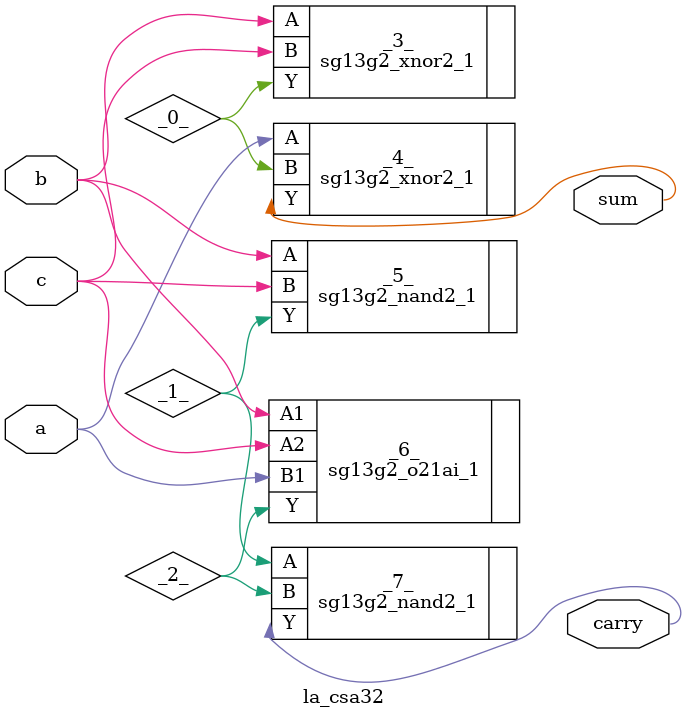
<source format=v>

/* Generated by Yosys 0.44 (git sha1 80ba43d26, g++ 11.4.0-1ubuntu1~22.04 -fPIC -O3) */

(* top =  1  *)
(* src = "generated" *)
(* keep_hierarchy *)
module la_csa32 (
    a,
    b,
    c,
    sum,
    carry
);
  wire _0_;
  wire _1_;
  wire _2_;
  (* src = "generated" *)
  input a;
  wire a;
  (* src = "generated" *)
  input b;
  wire b;
  (* src = "generated" *)
  input c;
  wire c;
  (* src = "generated" *)
  output carry;
  wire carry;
  (* src = "generated" *)
  output sum;
  wire sum;
  sg13g2_xnor2_1 _3_ (
      .A(b),
      .B(c),
      .Y(_0_)
  );
  sg13g2_xnor2_1 _4_ (
      .A(a),
      .B(_0_),
      .Y(sum)
  );
  sg13g2_nand2_1 _5_ (
      .A(b),
      .B(c),
      .Y(_1_)
  );
  sg13g2_o21ai_1 _6_ (
      .A1(b),
      .A2(c),
      .B1(a),
      .Y (_2_)
  );
  sg13g2_nand2_1 _7_ (
      .A(_1_),
      .B(_2_),
      .Y(carry)
  );
endmodule

</source>
